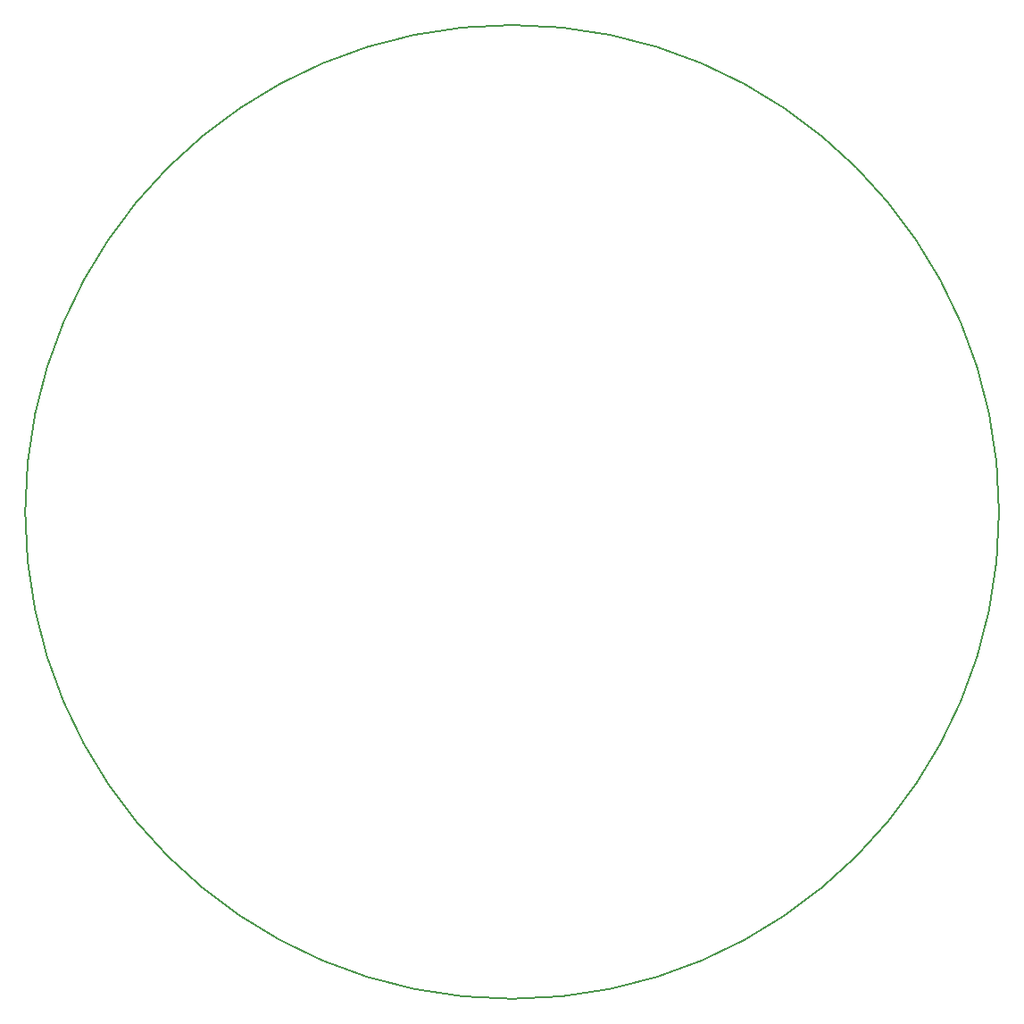
<source format=gbr>
%TF.GenerationSoftware,KiCad,Pcbnew,8.0.1*%
%TF.CreationDate,2024-05-08T14:34:23+02:00*%
%TF.ProjectId,Smiley,536d696c-6579-42e6-9b69-6361645f7063,rev?*%
%TF.SameCoordinates,Original*%
%TF.FileFunction,Profile,NP*%
%FSLAX46Y46*%
G04 Gerber Fmt 4.6, Leading zero omitted, Abs format (unit mm)*
G04 Created by KiCad (PCBNEW 8.0.1) date 2024-05-08 14:34:23*
%MOMM*%
%LPD*%
G01*
G04 APERTURE LIST*
%TA.AperFunction,Profile*%
%ADD10C,0.150000*%
%TD*%
G04 APERTURE END LIST*
D10*
X203448601Y-89369100D02*
G75*
G02*
X111095933Y-89369100I-46176334J0D01*
G01*
X111095933Y-89369100D02*
G75*
G02*
X203448601Y-89369100I46176334J0D01*
G01*
M02*

</source>
